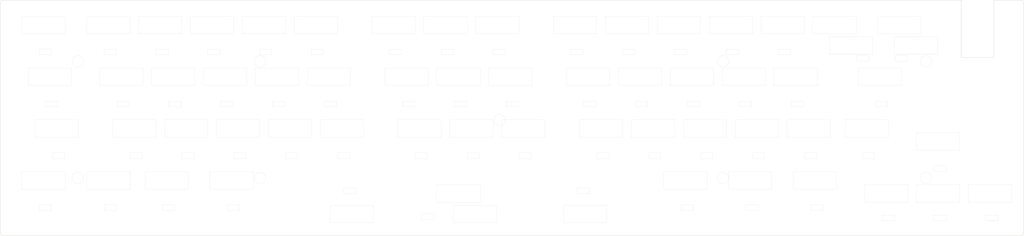
<source format=kicad_pcb>
(kicad_pcb (version 20221018) (generator pcbnew)
  (title_block (title "KeeBar PCB") (date "2023-12-29") (rev "v1.1") (company "@ymkn"))
  (layers (0 "F.Cu" signal) (31 "B.Cu" signal) (34 "B.Paste" user) (35 "F.Paste" user) (36 "B.SilkS" user "B.Silkscreen") (37 "F.SilkS" user "F.Silkscreen") (38 "B.Mask" user) (39 "F.Mask" user) (44 "Edge.Cuts" user))
  (net 0 "")
  (footprint "foam:foam-cutout-mx-socket" (layer "F.Cu") (at 273.84375 109.5375)
    (fp_text reference "SW55" hide)
    (fp_text value "SW_Push" hide)
    (fp_rect (start -8.6 -7) (end 7.3 -0.6) (stroke (width 0.05)) (fill none) (layer "Edge.Cuts"))
  )
  (footprint "foam:foam-cutout-hole-for-m2-hex" (layer "F.Cu") (at 361.5 62)
    (fp_text reference "M2_4" hide)
    (fp_text value "Val**" hide)
    (fp_circle (center 0 0) (end 2.1 0) (stroke (width 0.05)) (fill none) (layer "Edge.Cuts"))
  )
  (footprint "foam:foam-cutout-mx-socket" (layer "F.Cu") (at 314.325 71.4375)
    (fp_text reference "SW30" hide)
    (fp_text value "SW_Push" hide)
    (fp_rect (start -8.6 -7) (end 7.3 -0.6) (stroke (width 0.05)) (fill none) (layer "Edge.Cuts"))
  )
  (footprint "foam:foam-cutout-mx-socket" (layer "F.Cu") (at 119.0625 52.3875)
    (fp_text reference "SW5" hide)
    (fp_text value "SW_Push" hide)
    (fp_rect (start -8.6 -7) (end 7.3 -0.6) (stroke (width 0.05)) (fill none) (layer "Edge.Cuts"))
  )
  (footprint "foam:foam-cutout-mx-socket" (layer "F.Cu") (at 276.225 71.4375)
    (fp_text reference "SW28" hide)
    (fp_text value "SW_Push" hide)
    (fp_rect (start -8.6 -7) (end 7.3 -0.6) (stroke (width 0.05)) (fill none) (layer "Edge.Cuts"))
  )
  (footprint "foam:foam-cutout-mx-socket" (layer "F.Cu") (at 195.2625 114.3 180)
    (fp_text reference "SW53-2" hide)
    (fp_text value "SW_Push" hide)
    (fp_rect (start -8.6 -7) (end 7.3 -0.6) (stroke (width 0.05)) (fill none) (layer "Edge.Cuts"))
  )
  (footprint "foam:foam-cutout-mx-socket" (layer "F.Cu") (at 340.51875 90.4875)
    (fp_text reference "SW46" hide)
    (fp_text value "SW_Push" hide)
    (fp_rect (start -8.6 -7) (end 7.3 -0.6) (stroke (width 0.05)) (fill none) (layer "Edge.Cuts"))
  )
  (footprint "foam:foam-cutout-mx-socket" (layer "F.Cu") (at 352.425 52.3875)
    (fp_text reference "SW16" hide)
    (fp_text value "SW_Push" hide)
    (fp_rect (start -8.6 -7) (end 7.3 -0.6) (stroke (width 0.05)) (fill none) (layer "Edge.Cuts"))
  )
  (footprint "foam:foam-cutout-mx-socket" (layer "F.Cu") (at 209.55 71.4375)
    (fp_text reference "SW25" hide)
    (fp_text value "SW_Push" hide)
    (fp_rect (start -8.6 -7) (end 7.3 -0.6) (stroke (width 0.05)) (fill none) (layer "Edge.Cuts"))
  )
  (footprint "foam:foam-cutout-hole-for-m2-hex" (layer "F.Cu") (at 117 62)
    (fp_text reference "M2_2" hide)
    (fp_text value "Val**" hide)
    (fp_circle (center 0 0) (end 2.1 0) (stroke (width 0.05)) (fill none) (layer "Edge.Cuts"))
  )
  (footprint "foam:foam-cutout-hole-for-m2-hex" (layer "F.Cu") (at 287 104.8)
    (fp_text reference "M2_8" hide)
    (fp_text value "Val**" hide)
    (fp_circle (center 0 0) (end 2.1 0) (stroke (width 0.05)) (fill none) (layer "Edge.Cuts"))
  )
  (footprint "foam:foam-cutout-mx-socket" (layer "F.Cu") (at 147.6375 90.4875)
    (fp_text reference "SW37" hide)
    (fp_text value "SW_Push" hide)
    (fp_rect (start -8.6 -7) (end 7.3 -0.6) (stroke (width 0.05)) (fill none) (layer "Edge.Cuts"))
  )
  (footprint "foam:foam-cutout-mx-socket" (layer "F.Cu") (at 190.5 114.3)
    (fp_text reference "SW53" hide)
    (fp_text value "SW_Push" hide)
    (fp_rect (start -8.6 -7) (end 7.3 -0.6) (stroke (width 0.05)) (fill none) (layer "Edge.Cuts"))
  )
  (footprint "foam:foam-cutout-mx-socket" (layer "F.Cu") (at 309.5625 52.3875)
    (fp_text reference "SW14" hide)
    (fp_text value "SW_Push" hide)
    (fp_rect (start -8.6 -7) (end 7.3 -0.6) (stroke (width 0.05)) (fill none) (layer "Edge.Cuts"))
  )
  (footprint "foam:foam-cutout-hole-for-m2-hex" (layer "F.Cu") (at 50 62)
    (fp_text reference "M2_1" hide)
    (fp_text value "Val**" hide)
    (fp_circle (center 0 0) (end 2.1 0) (stroke (width 0.05)) (fill none) (layer "Edge.Cuts"))
  )
  (footprint "foam:foam-cutout-mx-socket" (layer "F.Cu") (at 366.7125 114.3)
    (fp_text reference "SW59" hide)
    (fp_text value "SW_Push" hide)
    (fp_rect (start -8.6 -7) (end 7.3 -0.6) (stroke (width 0.05)) (fill none) (layer "Edge.Cuts"))
  )
  (footprint "foam:foam-cutout-mx-socket" (layer "F.Cu") (at 214.3125 90.4875)
    (fp_text reference "SW40" hide)
    (fp_text value "SW_Push" hide)
    (fp_rect (start -8.6 -7) (end 7.3 -0.6) (stroke (width 0.05)) (fill none) (layer "Edge.Cuts"))
  )
  (footprint "foam:foam-cutout-mx-socket" (layer "F.Cu") (at 297.65625 109.5375)
    (fp_text reference "SW56" hide)
    (fp_text value "SW_Push" hide)
    (fp_rect (start -8.6 -7) (end 7.3 -0.6) (stroke (width 0.05)) (fill none) (layer "Edge.Cuts"))
  )
  (footprint "foam:foam-cutout-mx-socket" (layer "F.Cu") (at 233.3625 52.3875)
    (fp_text reference "SW10" hide)
    (fp_text value "SW_Push" hide)
    (fp_rect (start -8.6 -7) (end 7.3 -0.6) (stroke (width 0.05)) (fill none) (layer "Edge.Cuts"))
  )
  (footprint "foam:foam-cutout-mx-socket" (layer "F.Cu") (at 104.775 71.4375)
    (fp_text reference "SW20" hide)
    (fp_text value "SW_Push" hide)
    (fp_rect (start -8.6 -7) (end 7.3 -0.6) (stroke (width 0.05)) (fill none) (layer "Edge.Cuts"))
  )
  (footprint "foam:foam-cutout-mx-socket" (layer "F.Cu") (at 295.275 71.4375)
    (fp_text reference "SW29" hide)
    (fp_text value "SW_Push" hide)
    (fp_rect (start -8.6 -7) (end 7.3 -0.6) (stroke (width 0.05)) (fill none) (layer "Edge.Cuts"))
  )
  (footprint "foam:foam-cutout-mx-socket" (layer "F.Cu") (at 90.4875 90.4875)
    (fp_text reference "SW34" hide)
    (fp_text value "SW_Push" hide)
    (fp_rect (start -8.6 -7) (end 7.3 -0.6) (stroke (width 0.05)) (fill none) (layer "Edge.Cuts"))
  )
  (footprint "foam:foam-cutout-mx-socket" (layer "F.Cu") (at 42.8625 90.4875)
    (fp_text reference "SW32" hide)
    (fp_text value "SW_Push" hide)
    (fp_rect (start -8.6 -7) (end 7.3 -0.6) (stroke (width 0.05)) (fill none) (layer "Edge.Cuts"))
  )
  (footprint "foam:foam-cutout-mx-socket" (layer "F.Cu") (at 38.1 52.3875)
    (fp_text reference "SW1" hide)
    (fp_text value "SW_Push" hide)
    (fp_rect (start -8.6 -7) (end 7.3 -0.6) (stroke (width 0.05)) (fill none) (layer "Edge.Cuts"))
  )
  (footprint "foam:foam-cutout-mx-socket" (layer "F.Cu") (at 300.0375 90.4875)
    (fp_text reference "SW44" hide)
    (fp_text value "SW_Push" hide)
    (fp_rect (start -8.6 -7) (end 7.3 -0.6) (stroke (width 0.05)) (fill none) (layer "Edge.Cuts"))
  )
  (footprint "foam:foam-cutout-mx-socket" (layer "F.Cu") (at 195.2625 90.4875)
    (fp_text reference "SW39" hide)
    (fp_text value "SW_Push" hide)
    (fp_rect (start -8.6 -7) (end 7.3 -0.6) (stroke (width 0.05)) (fill none) (layer "Edge.Cuts"))
  )
  (footprint "foam:foam-cutout-mx-socket" (layer "F.Cu") (at 123.825 71.4375)
    (fp_text reference "SW21" hide)
    (fp_text value "SW_Push" hide)
    (fp_rect (start -8.6 -7) (end 7.3 -0.6) (stroke (width 0.05)) (fill none) (layer "Edge.Cuts"))
  )
  (footprint "foam:foam-cutout-mx-socket" (layer "F.Cu") (at 347.6625 114.3)
    (fp_text reference "SW58" hide)
    (fp_text value "SW_Push" hide)
    (fp_rect (start -8.6 -7) (end 7.3 -0.6) (stroke (width 0.05)) (fill none) (layer "Edge.Cuts"))
  )
  (footprint "foam:foam-cutout-mx-socket" (layer "F.Cu") (at 328.6125 52.3875)
    (fp_text reference "SW15" hide)
    (fp_text value "SW_Push" hide)
    (fp_rect (start -8.6 -7) (end 7.3 -0.6) (stroke (width 0.05)) (fill none) (layer "Edge.Cuts"))
  )
  (footprint "foam:foam-cutout-mx-socket" (layer "F.Cu") (at 85.725 71.4375)
    (fp_text reference "SW19" hide)
    (fp_text value "SW_Push" hide)
    (fp_rect (start -8.6 -7) (end 7.3 -0.6) (stroke (width 0.05)) (fill none) (layer "Edge.Cuts"))
  )
  (footprint "foam:foam-cutout-mx-socket" (layer "F.Cu") (at 61.9125 109.5375)
    (fp_text reference "SW49" hide)
    (fp_text value "SW_Push" hide)
    (fp_rect (start -8.6 -7) (end 7.3 -0.6) (stroke (width 0.05)) (fill none) (layer "Edge.Cuts"))
  )
  (footprint "foam:foam-cutout-mx-socket" (layer "F.Cu") (at 71.4375 90.4875)
    (fp_text reference "SW33" hide)
    (fp_text value "SW_Push" hide)
    (fp_rect (start -8.6 -7) (end 7.3 -0.6) (stroke (width 0.05)) (fill none) (layer "Edge.Cuts"))
  )
  (footprint "foam:foam-cutout-mx-socket" (layer "F.Cu") (at 333.4 52.3875 180)
    (fp_text reference "SW15-2" hide)
    (fp_text value "SW_Push" hide)
    (fp_rect (start -8.6 -7) (end 7.3 -0.6) (stroke (width 0.05)) (fill none) (layer "Edge.Cuts"))
  )
  (footprint "foam:foam-cutout-mx-socket" (layer "F.Cu") (at 185.7375 52.3875)
    (fp_text reference "SW8" hide)
    (fp_text value "SW_Push" hide)
    (fp_rect (start -8.6 -7) (end 7.3 -0.6) (stroke (width 0.05)) (fill none) (layer "Edge.Cuts"))
  )
  (footprint "foam:foam-cutout-mx-socket" (layer "F.Cu") (at 83.34375 109.5375)
    (fp_text reference "SW50" hide)
    (fp_text value "SW_Push" hide)
    (fp_rect (start -8.6 -7) (end 7.3 -0.6) (stroke (width 0.05)) (fill none) (layer "Edge.Cuts"))
  )
  (footprint "foam:foam-cutout-mx-socket" (layer "F.Cu") (at 238.125 71.4375)
    (fp_text reference "SW26" hide)
    (fp_text value "SW_Push" hide)
    (fp_rect (start -8.6 -7) (end 7.3 -0.6) (stroke (width 0.05)) (fill none) (layer "Edge.Cuts"))
  )
  (footprint "foam:foam-cutout-mx-socket" (layer "F.Cu") (at 366.7125 95.25)
    (fp_text reference "SW47" hide)
    (fp_text value "SW_Push" hide)
    (fp_rect (start -8.6 -7) (end 7.3 -0.6) (stroke (width 0.05)) (fill none) (layer "Edge.Cuts"))
  )
  (footprint "foam:foam-cutout-mx-socket" (layer "F.Cu") (at 257.175 71.4375)
    (fp_text reference "SW27" hide)
    (fp_text value "SW_Push" hide)
    (fp_rect (start -8.6 -7) (end 7.3 -0.6) (stroke (width 0.05)) (fill none) (layer "Edge.Cuts"))
  )
  (footprint "foam:foam-cutout-mx-socket" (layer "F.Cu") (at 138.1125 52.3875)
    (fp_text reference "SW6" hide)
    (fp_text value "SW_Push" hide)
    (fp_rect (start -8.6 -7) (end 7.3 -0.6) (stroke (width 0.05)) (fill none) (layer "Edge.Cuts"))
  )
  (footprint "foam:foam-cutout-mx-socket" (layer "F.Cu") (at 142.875 71.4375)
    (fp_text reference "SW22" hide)
    (fp_text value "SW_Push" hide)
    (fp_rect (start -8.6 -7) (end 7.3 -0.6) (stroke (width 0.05)) (fill none) (layer "Edge.Cuts"))
  )
  (footprint "foam:foam-cutout-mx-socket" (layer "F.Cu") (at 235.74375 114.3 180)
    (fp_text reference "SW54" hide)
    (fp_text value "SW_Push" hide)
    (fp_rect (start -8.6 -7) (end 7.3 -0.6) (stroke (width 0.05)) (fill none) (layer "Edge.Cuts"))
  )
  (footprint "foam:foam-cutout-mx-socket" (layer "F.Cu") (at 357.2125 52.3875 180)
    (fp_text reference "SW16-2" hide)
    (fp_text value "SW_Push" hide)
    (fp_rect (start -8.6 -7) (end 7.3 -0.6) (stroke (width 0.05)) (fill none) (layer "Edge.Cuts"))
  )
  (footprint "foam:foam-cutout-mx-socket" (layer "F.Cu") (at 204.7875 52.3875)
    (fp_text reference "SW9" hide)
    (fp_text value "SW_Push" hide)
    (fp_rect (start -8.6 -7) (end 7.3 -0.6) (stroke (width 0.05)) (fill none) (layer "Edge.Cuts"))
  )
  (footprint "foam:foam-cutout-mx-socket" (layer "F.Cu") (at 190.5 71.4375)
    (fp_text reference "SW24" hide)
    (fp_text value "SW_Push" hide)
    (fp_rect (start -8.6 -7) (end 7.3 -0.6) (stroke (width 0.05)) (fill none) (layer "Edge.Cuts"))
  )
  (footprint "foam:foam-cutout-hole-for-m2-hex" (layer "F.Cu") (at 205 83.5)
    (fp_text reference "M2_5" hide)
    (fp_text value "Val**" hide)
    (fp_circle (center 0 0) (end 2.1 0) (stroke (width 0.05)) (fill none) (layer "Edge.Cuts"))
  )
  (footprint "foam:foam-cutout-mx-socket" (layer "F.Cu") (at 385.7625 114.3)
    (fp_text reference "SW60" hide)
    (fp_text value "SW_Push" hide)
    (fp_rect (start -8.6 -7) (end 7.3 -0.6) (stroke (width 0.05)) (fill none) (layer "Edge.Cuts"))
  )
  (footprint "foam:foam-cutout-mx-socket" (layer "F.Cu") (at 166.6875 52.3875)
    (fp_text reference "SW7" hide)
    (fp_text value "SW_Push" hide)
    (fp_rect (start -8.6 -7) (end 7.3 -0.6) (stroke (width 0.05)) (fill none) (layer "Edge.Cuts"))
  )
  (footprint "foam:foam-cutout-mx-socket" (layer "F.Cu") (at 261.9375 90.4875)
    (fp_text reference "SW42" hide)
    (fp_text value "SW_Push" hide)
    (fp_rect (start -8.6 -7) (end 7.3 -0.6) (stroke (width 0.05)) (fill none) (layer "Edge.Cuts"))
  )
  (footprint "foam:foam-cutout-hole-for-m2-hex" (layer "F.Cu") (at 117 104.8)
    (fp_text reference "M2_7" hide)
    (fp_text value "Val**" hide)
    (fp_circle (center 0 0) (end 2.1 0) (stroke (width 0.05)) (fill none) (layer "Edge.Cuts"))
  )
  (footprint "foam:foam-cutout-mx-socket" (layer "F.Cu") (at 242.8875 90.4875)
    (fp_text reference "SW41" hide)
    (fp_text value "SW_Push" hide)
    (fp_rect (start -8.6 -7) (end 7.3 -0.6) (stroke (width 0.05)) (fill none) (layer "Edge.Cuts"))
  )
  (footprint "foam:foam-cutout-mx-socket" (layer "F.Cu") (at 100.0125 52.3875)
    (fp_text reference "SW4" hide)
    (fp_text value "SW_Push" hide)
    (fp_rect (start -8.6 -7) (end 7.3 -0.6) (stroke (width 0.05)) (fill none) (layer "Edge.Cuts"))
  )
  (footprint "foam:foam-cutout-mx-socket" (layer "F.Cu") (at 252.4125 52.3875)
    (fp_text reference "SW11" hide)
    (fp_text value "SW_Push" hide)
    (fp_rect (start -8.6 -7) (end 7.3 -0.6) (stroke (width 0.05)) (fill none) (layer "Edge.Cuts"))
  )
  (footprint "foam:foam-cutout-mx-socket" (layer "F.Cu") (at 280.9875 90.4875)
    (fp_text reference "SW43" hide)
    (fp_text value "SW_Push" hide)
    (fp_rect (start -8.6 -7) (end 7.3 -0.6) (stroke (width 0.05)) (fill none) (layer "Edge.Cuts"))
  )
  (footprint "foam:foam-cutout-mx-socket" (layer "F.Cu") (at 38.1 109.5375)
    (fp_text reference "SW48" hide)
    (fp_text value "SW_Push" hide)
    (fp_rect (start -8.6 -7) (end 7.3 -0.6) (stroke (width 0.05)) (fill none) (layer "Edge.Cuts"))
  )
  (footprint "foam:foam-cutout-mx-socket" (layer "F.Cu") (at 61.9125 52.3875)
    (fp_text reference "SW2" hide)
    (fp_text value "SW_Push" hide)
    (fp_rect (start -8.6 -7) (end 7.3 -0.6) (stroke (width 0.05)) (fill none) (layer "Edge.Cuts"))
  )
  (footprint "foam:foam-cutout-mx-socket" (layer "F.Cu") (at 107.15625 109.5375)
    (fp_text reference "SW51" hide)
    (fp_text value "SW_Push" hide)
    (fp_rect (start -8.6 -7) (end 7.3 -0.6) (stroke (width 0.05)) (fill none) (layer "Edge.Cuts"))
  )
  (footprint "foam:foam-cutout-mx-socket" (layer "F.Cu") (at 128.5875 90.4875)
    (fp_text reference "SW36" hide)
    (fp_text value "SW_Push" hide)
    (fp_rect (start -8.6 -7) (end 7.3 -0.6) (stroke (width 0.05)) (fill none) (layer "Edge.Cuts"))
  )
  (footprint "foam:foam-cutout-mx-socket" (layer "F.Cu") (at 150.01875 114.3 180)
    (fp_text reference "SW52" hide)
    (fp_text value "SW_Push" hide)
    (fp_rect (start -8.6 -7) (end 7.3 -0.6) (stroke (width 0.05)) (fill none) (layer "Edge.Cuts"))
  )
  (footprint "foam:foam-cutout-mx-socket" (layer "F.Cu") (at 171.45 71.4375)
    (fp_text reference "SW23" hide)
    (fp_text value "SW_Push" hide)
    (fp_rect (start -8.6 -7) (end 7.3 -0.6) (stroke (width 0.05)) (fill none) (layer "Edge.Cuts"))
  )
  (footprint "foam:foam-cutout-mx-socket" (layer "F.Cu") (at 319.0875 90.4875)
    (fp_text reference "SW45" hide)
    (fp_text value "SW_Push" hide)
    (fp_rect (start -8.6 -7) (end 7.3 -0.6) (stroke (width 0.05)) (fill none) (layer "Edge.Cuts"))
  )
  (footprint "foam:foam-cutout-mx-socket" (layer "F.Cu") (at 109.5375 90.4875)
    (fp_text reference "SW35" hide)
    (fp_text value "SW_Push" hide)
    (fp_rect (start -8.6 -7) (end 7.3 -0.6) (stroke (width 0.05)) (fill none) (layer "Edge.Cuts"))
  )
  (footprint "foam:foam-cutout-mx-socket" (layer "F.Cu") (at 80.9625 52.3875)
    (fp_text reference "SW3" hide)
    (fp_text value "SW_Push" hide)
    (fp_rect (start -8.6 -7) (end 7.3 -0.6) (stroke (width 0.05)) (fill none) (layer "Edge.Cuts"))
  )
  (footprint "foam:foam-cutout-mx-socket" (layer "F.Cu") (at 271.4625 52.3875)
    (fp_text reference "SW12" hide)
    (fp_text value "SW_Push" hide)
    (fp_rect (start -8.6 -7) (end 7.3 -0.6) (stroke (width 0.05)) (fill none) (layer "Edge.Cuts"))
  )
  (footprint "foam:foam-cutout-mx-socket" (layer "F.Cu") (at 290.5125 52.3875)
    (fp_text reference "SW13" hide)
    (fp_text value "SW_Push" hide)
    (fp_rect (start -8.6 -7) (end 7.3 -0.6) (stroke (width 0.05)) (fill none) (layer "Edge.Cuts"))
  )
  (footprint "foam:foam-cutout-mx-socket" (layer "F.Cu") (at 40.48125 71.4375)
    (fp_text reference "SW17" hide)
    (fp_text value "SW_Push" hide)
    (fp_rect (start -8.6 -7) (end 7.3 -0.6) (stroke (width 0.05)) (fill none) (layer "Edge.Cuts"))
  )
  (footprint "foam:foam-cutout-mx-socket" (layer "F.Cu") (at 66.675 71.4375)
    (fp_text reference "SW18" hide)
    (fp_text value "SW_Push" hide)
    (fp_rect (start -8.6 -7) (end 7.3 -0.6) (stroke (width 0.05)) (fill none) (layer "Edge.Cuts"))
  )
  (footprint "foam:foam-cutout-hole-for-m2-hex" (layer "F.Cu") (at 361.5 104.8)
    (fp_text reference "M2_9" hide)
    (fp_text value "Val**" hide)
    (fp_circle (center 0 0) (end 2.1 0) (stroke (width 0.05)) (fill none) (layer "Edge.Cuts"))
  )
  (footprint "foam:foam-cutout-mx-socket" (layer "F.Cu") (at 321.46875 109.5375)
    (fp_text reference "SW57" hide)
    (fp_text value "SW_Push" hide)
    (fp_rect (start -8.6 -7) (end 7.3 -0.6) (stroke (width 0.05)) (fill none) (layer "Edge.Cuts"))
  )
  (footprint "foam:foam-cutout-mx-socket" (layer "F.Cu") (at 176.2125 90.4875)
    (fp_text reference "SW38" hide)
    (fp_text value "SW_Push" hide)
    (fp_rect (start -8.6 -7) (end 7.3 -0.6) (stroke (width 0.05)) (fill none) (layer "Edge.Cuts"))
  )
  (footprint "foam:foam-cutout-mx-socket" (layer "F.Cu") (at 345.28125 71.4375)
    (fp_text reference "SW31" hide)
    (fp_text value "SW_Push" hide)
    (fp_rect (start -8.6 -7) (end 7.3 -0.6) (stroke (width 0.05)) (fill none) (layer "Edge.Cuts"))
  )
  (footprint "foam:foam-cutout-hole-for-m2-hex" (layer "F.Cu") (at 287 62)
    (fp_text reference "M2_3" hide)
    (fp_text value "Val**" hide)
    (fp_circle (center 0 0) (end 2.1 0) (stroke (width 0.05)) (fill none) (layer "Edge.Cuts"))
  )
  (footprint "foam:foam-cutout-hole-for-m2-hex" (layer "F.Cu") (at 50 104.8)
    (fp_text reference "M2_6" hide)
    (fp_text value "Val**" hide)
    (fp_circle (center 0 0) (end 2.1 0) (stroke (width 0.05)) (fill none) (layer "Edge.Cuts"))
  )
  (footprint "foam:foam-cutout-diode" (layer "B.Cu") (at 83.34375 115.72875)
    (fp_text reference "D50" hide)
    (fp_text value "1N4148W" hide)
    (fp_rect (start -2.25 1.05) (end 2.25 -1.05) (stroke (width 0.05)) (fill none) (layer "Edge.Cuts"))
  )
  (footprint "foam:foam-cutout-diode" (layer "B.Cu") (at 273.84375 115.72875)
    (fp_text reference "D55" hide)
    (fp_text value "1N4148W" hide)
    (fp_rect (start -2.25 1.05) (end 2.25 -1.05) (stroke (width 0.05)) (fill none) (layer "Edge.Cuts"))
  )
  (footprint "foam:foam-cutout-diode" (layer "B.Cu") (at 314.325 77.62875)
    (fp_text reference "D30" hide)
    (fp_text value "1N4148W" hide)
    (fp_rect (start -2.25 1.05) (end 2.25 -1.05) (stroke (width 0.05)) (fill none) (layer "Edge.Cuts"))
  )
  (footprint "foam:foam-cutout-diode" (layer "B.Cu") (at 178.59375 119.0625)
    (fp_text reference "D53" hide)
    (fp_text value "1N4148W" hide)
    (fp_rect (start -2.25 1.05) (end 2.25 -1.05) (stroke (width 0.05)) (fill none) (layer "Edge.Cuts"))
  )
  (footprint "foam:foam-cutout-diode" (layer "B.Cu") (at 185.7375 58.57875)
    (fp_text reference "D8" hide)
    (fp_text value "1N4148W" hide)
    (fp_rect (start -2.25 1.05) (end 2.25 -1.05) (stroke (width 0.05)) (fill none) (layer "Edge.Cuts"))
  )
  (footprint "foam:foam-cutout-diode" (layer "B.Cu") (at 280.9875 96.67875)
    (fp_text reference "D43" hide)
    (fp_text value "1N4148W" hide)
    (fp_rect (start -2.25 1.05) (end 2.25 -1.05) (stroke (width 0.05)) (fill none) (layer "Edge.Cuts"))
  )
  (footprint "foam:foam-cutout-diode" (layer "B.Cu") (at 142.875 77.62875)
    (fp_text reference "D22" hide)
    (fp_text value "1N4148W" hide)
    (fp_rect (start -2.25 1.05) (end 2.25 -1.05) (stroke (width 0.05)) (fill none) (layer "Edge.Cuts"))
  )
  (footprint "foam:foam-cutout-diode" (layer "B.Cu") (at 276.225 77.62875)
    (fp_text reference "D28" hide)
    (fp_text value "1N4148W" hide)
    (fp_rect (start -2.25 1.05) (end 2.25 -1.05) (stroke (width 0.05)) (fill none) (layer "Edge.Cuts"))
  )
  (footprint "foam:foam-cutout-diode" (layer "B.Cu") (at 61.9125 58.57875)
    (fp_text reference "D2" hide)
    (fp_text value "1N4148W" hide)
    (fp_rect (start -2.25 1.05) (end 2.25 -1.05) (stroke (width 0.05)) (fill none) (layer "Edge.Cuts"))
  )
  (footprint "foam:foam-cutout-diode" (layer "B.Cu") (at 297.65625 115.72875)
    (fp_text reference "D56" hide)
    (fp_text value "1N4148W" hide)
    (fp_rect (start -2.25 1.05) (end 2.25 -1.05) (stroke (width 0.05)) (fill none) (layer "Edge.Cuts"))
  )
  (footprint "foam:foam-cutout-diode" (layer "B.Cu") (at 166.6875 58.57875)
    (fp_text reference "D7" hide)
    (fp_text value "1N4148W" hide)
    (fp_rect (start -2.25 1.05) (end 2.25 -1.05) (stroke (width 0.05)) (fill none) (layer "Edge.Cuts"))
  )
  (footprint "foam:foam-cutout-diode" (layer "B.Cu") (at 107.15625 115.72875)
    (fp_text reference "D51" hide)
    (fp_text value "1N4148W" hide)
    (fp_rect (start -2.25 1.05) (end 2.25 -1.05) (stroke (width 0.05)) (fill none) (layer "Edge.Cuts"))
  )
  (footprint "foam:foam-cutout-diode" (layer "B.Cu") (at 366.7125 101.44125)
    (fp_text reference "D47" hide)
    (fp_text value "1N4148W" hide)
    (fp_rect (start -2.25 1.05) (end 2.25 -1.05) (stroke (width 0.05)) (fill none) (layer "Edge.Cuts"))
  )
  (footprint "foam:foam-cutout-diode" (layer "B.Cu") (at 171.45 77.62875)
    (fp_text reference "D23" hide)
    (fp_text value "1N4148W" hide)
    (fp_rect (start -2.25 1.05) (end 2.25 -1.05) (stroke (width 0.05)) (fill none) (layer "Edge.Cuts"))
  )
  (footprint "foam:foam-cutout-diode" (layer "B.Cu") (at 66.675 77.62875)
    (fp_text reference "D18" hide)
    (fp_text value "1N4148W" hide)
    (fp_rect (start -2.25 1.05) (end 2.25 -1.05) (stroke (width 0.05)) (fill none) (layer "Edge.Cuts"))
  )
  (footprint "foam:foam-cutout-diode" (layer "B.Cu") (at 338.2 60.9)
    (fp_text reference "D15" hide)
    (fp_text value "1N4148W" hide)
    (fp_rect (start -2.25 1.05) (end 2.25 -1.05) (stroke (width 0.05)) (fill none) (layer "Edge.Cuts"))
  )
  (footprint "foam:foam-cutout-diode" (layer "B.Cu") (at 80.9625 58.57875)
    (fp_text reference "D3" hide)
    (fp_text value "1N4148W" hide)
    (fp_rect (start -2.25 1.05) (end 2.25 -1.05) (stroke (width 0.05)) (fill none) (layer "Edge.Cuts"))
  )
  (footprint "foam:foam-cutout-diode" (layer "B.Cu") (at 300.0375 96.67875)
    (fp_text reference "D44" hide)
    (fp_text value "1N4148W" hide)
    (fp_rect (start -2.25 1.05) (end 2.25 -1.05) (stroke (width 0.05)) (fill none) (layer "Edge.Cuts"))
  )
  (footprint "foam:foam-cutout-diode" (layer "B.Cu") (at 271.4625 58.57875)
    (fp_text reference "D12" hide)
    (fp_text value "1N4148W" hide)
    (fp_rect (start -2.25 1.05) (end 2.25 -1.05) (stroke (width 0.05)) (fill none) (layer "Edge.Cuts"))
  )
  (footprint "foam:foam-cutout-diode" (layer "B.Cu") (at 38.1 115.72875)
    (fp_text reference "D48" hide)
    (fp_text value "1N4148W" hide)
    (fp_rect (start -2.25 1.05) (end 2.25 -1.05) (stroke (width 0.05)) (fill none) (layer "Edge.Cuts"))
  )
  (footprint "foam:foam-cutout-diode" (layer "B.Cu") (at 100.0125 58.57875)
    (fp_text reference "D4" hide)
    (fp_text value "1N4148W" hide)
    (fp_rect (start -2.25 1.05) (end 2.25 -1.05) (stroke (width 0.05)) (fill none) (layer "Edge.Cuts"))
  )
  (footprint "foam:foam-cutout-diode" (layer "B.Cu") (at 204.7875 58.57875)
    (fp_text reference "D9" hide)
    (fp_text value "1N4148W" hide)
    (fp_rect (start -2.25 1.05) (end 2.25 -1.05) (stroke (width 0.05)) (fill none) (layer "Edge.Cuts"))
  )
  (footprint "foam:foam-cutout-diode" (layer "B.Cu") (at 128.5875 96.67875)
    (fp_text reference "D36" hide)
    (fp_text value "1N4148W" hide)
    (fp_rect (start -2.25 1.05) (end 2.25 -1.05) (stroke (width 0.05)) (fill none) (layer "Edge.Cuts"))
  )
  (footprint "foam:foam-cutout-diode" (layer "B.Cu") (at 290.5125 58.57875)
    (fp_text reference "D13" hide)
    (fp_text value "1N4148W" hide)
    (fp_rect (start -2.25 1.05) (end 2.25 -1.05) (stroke (width 0.05)) (fill none) (layer "Edge.Cuts"))
  )
  (footprint "foam:foam-cutout-diode" (layer "B.Cu") (at 150.01875 109.5375)
    (fp_text reference "D52" hide)
    (fp_text value "1N4148W" hide)
    (fp_rect (start -2.25 1.05) (end 2.25 -1.05) (stroke (width 0.05)) (fill none) (layer "Edge.Cuts"))
  )
  (footprint "foam:foam-cutout-diode" (layer "B.Cu") (at 366.7125 119.5)
    (fp_text reference "D59" hide)
    (fp_text value "1N4148W" hide)
    (fp_rect (start -2.25 1.05) (end 2.25 -1.05) (stroke (width 0.05)) (fill none) (layer "Edge.Cuts"))
  )
  (footprint "foam:foam-cutout-diode" (layer "B.Cu") (at 261.9375 96.67875)
    (fp_text reference "D42" hide)
    (fp_text value "1N4148W" hide)
    (fp_rect (start -2.25 1.05) (end 2.25 -1.05) (stroke (width 0.05)) (fill none) (layer "Edge.Cuts"))
  )
  (footprint "foam:foam-cutout-diode" (layer "B.Cu") (at 109.5375 96.67875)
    (fp_text reference "D35" hide)
    (fp_text value "1N4148W" hide)
    (fp_rect (start -2.25 1.05) (end 2.25 -1.05) (stroke (width 0.05)) (fill none) (layer "Edge.Cuts"))
  )
  (footprint "foam:foam-cutout-diode" (layer "B.Cu") (at 90.4875 96.67875)
    (fp_text reference "D34" hide)
    (fp_text value "1N4148W" hide)
    (fp_rect (start -2.25 1.05) (end 2.25 -1.05) (stroke (width 0.05)) (fill none) (layer "Edge.Cuts"))
  )
  (footprint "foam:foam-cutout-diode" (layer "B.Cu") (at 138.1125 58.57875)
    (fp_text reference "D6" hide)
    (fp_text value "1N4148W" hide)
    (fp_rect (start -2.25 1.05) (end 2.25 -1.05) (stroke (width 0.05)) (fill none) (layer "Edge.Cuts"))
  )
  (footprint "foam:foam-cutout-diode" (layer "B.Cu") (at 340.51875 96.67875)
    (fp_text reference "D46" hide)
    (fp_text value "1N4148W" hide)
    (fp_rect (start -2.25 1.05) (end 2.25 -1.05) (stroke (width 0.05)) (fill none) (layer "Edge.Cuts"))
  )
  (footprint "foam:foam-cutout-diode" (layer "B.Cu") (at 147.6375 96.67875)
    (fp_text reference "D37" hide)
    (fp_text value "1N4148W" hide)
    (fp_rect (start -2.25 1.05) (end 2.25 -1.05) (stroke (width 0.05)) (fill none) (layer "Edge.Cuts"))
  )
  (footprint "foam:foam-cutout-diode" (layer "B.Cu") (at 214.3125 96.67875)
    (fp_text reference "D40" hide)
    (fp_text value "1N4148W" hide)
    (fp_rect (start -2.25 1.05) (end 2.25 -1.05) (stroke (width 0.05)) (fill none) (layer "Edge.Cuts"))
  )
  (footprint "foam:foam-cutout-diode" (layer "B.Cu") (at 352.4 60.9)
    (fp_text reference "D16" hide)
    (fp_text value "1N4148W" hide)
    (fp_rect (start -2.25 1.05) (end 2.25 -1.05) (stroke (width 0.05)) (fill none) (layer "Edge.Cuts"))
  )
  (footprint "foam:foam-cutout-diode" (layer "B.Cu") (at 321.46875 115.72875)
    (fp_text reference "D57" hide)
    (fp_text value "1N4148W" hide)
    (fp_rect (start -2.25 1.05) (end 2.25 -1.05) (stroke (width 0.05)) (fill none) (layer "Edge.Cuts"))
  )
  (footprint "foam:foam-cutout-diode" (layer "B.Cu") (at 61.9125 115.72875)
    (fp_text reference "D49" hide)
    (fp_text value "1N4148W" hide)
    (fp_rect (start -2.25 1.05) (end 2.25 -1.05) (stroke (width 0.05)) (fill none) (layer "Edge.Cuts"))
  )
  (footprint "foam:foam-cutout-diode" (layer "B.Cu") (at 238.125 77.62875)
    (fp_text reference "D26" hide)
    (fp_text value "1N4148W" hide)
    (fp_rect (start -2.25 1.05) (end 2.25 -1.05) (stroke (width 0.05)) (fill none) (layer "Edge.Cuts"))
  )
  (footprint "foam:foam-cutout-diode" (layer "B.Cu") (at 195.2625 96.67875)
    (fp_text reference "D39" hide)
    (fp_text value "1N4148W" hide)
    (fp_rect (start -2.25 1.05) (end 2.25 -1.05) (stroke (width 0.05)) (fill none) (layer "Edge.Cuts"))
  )
  (footprint "foam:foam-cutout-diode" (layer "B.Cu") (at 209.55 77.62875)
    (fp_text reference "D25" hide)
    (fp_text value "1N4148W" hide)
    (fp_rect (start -2.25 1.05) (end 2.25 -1.05) (stroke (width 0.05)) (fill none) (layer "Edge.Cuts"))
  )
  (footprint "foam:foam-cutout-diode" (layer "B.Cu") (at 309.5625 58.57875)
    (fp_text reference "D14" hide)
    (fp_text value "1N4148W" hide)
    (fp_rect (start -2.25 1.05) (end 2.25 -1.05) (stroke (width 0.05)) (fill none) (layer "Edge.Cuts"))
  )
  (footprint "foam:foam-cutout-diode" (layer "B.Cu") (at 235.74375 109.5375)
    (fp_text reference "D54" hide)
    (fp_text value "1N4148W" hide)
    (fp_rect (start -2.25 1.05) (end 2.25 -1.05) (stroke (width 0.05)) (fill none) (layer "Edge.Cuts"))
  )
  (footprint "foam:foam-cutout-diode" (layer "B.Cu") (at 38.1 58.5)
    (fp_text reference "D1" hide)
    (fp_text value "1N4148W" hide)
    (fp_rect (start -2.25 1.05) (end 2.25 -1.05) (stroke (width 0.05)) (fill none) (layer "Edge.Cuts"))
  )
  (footprint "foam:foam-cutout-diode" (layer "B.Cu") (at 123.825 77.62875)
    (fp_text reference "D21" hide)
    (fp_text value "1N4148W" hide)
    (fp_rect (start -2.25 1.05) (end 2.25 -1.05) (stroke (width 0.05)) (fill none) (layer "Edge.Cuts"))
  )
  (footprint "foam:foam-cutout-diode" (layer "B.Cu") (at 295.275 77.62875)
    (fp_text reference "D29" hide)
    (fp_text value "1N4148W" hide)
    (fp_rect (start -2.25 1.05) (end 2.25 -1.05) (stroke (width 0.05)) (fill none) (layer "Edge.Cuts"))
  )
  (footprint "foam:foam-cutout-diode" (layer "B.Cu") (at 242.8875 96.67875)
    (fp_text reference "D41" hide)
    (fp_text value "1N4148W" hide)
    (fp_rect (start -2.25 1.05) (end 2.25 -1.05) (stroke (width 0.05)) (fill none) (layer "Edge.Cuts"))
  )
  (footprint "foam:foam-cutout-diode" (layer "B.Cu") (at 233.3625 58.57875)
    (fp_text reference "D10" hide)
    (fp_text value "1N4148W" hide)
    (fp_rect (start -2.25 1.05) (end 2.25 -1.05) (stroke (width 0.05)) (fill none) (layer "Edge.Cuts"))
  )
  (footprint "foam:foam-cutout-diode" (layer "B.Cu") (at 347.6625 119.5)
    (fp_text reference "D58" hide)
    (fp_text value "1N4148W" hide)
    (fp_rect (start -2.25 1.05) (end 2.25 -1.05) (stroke (width 0.05)) (fill none) (layer "Edge.Cuts"))
  )
  (footprint "foam:foam-cutout-diode" (layer "B.Cu") (at 71.4375 96.67875)
    (fp_text reference "D33" hide)
    (fp_text value "1N4148W" hide)
    (fp_rect (start -2.25 1.05) (end 2.25 -1.05) (stroke (width 0.05)) (fill none) (layer "Edge.Cuts"))
  )
  (footprint "foam:foam-cutout-diode" (layer "B.Cu") (at 345.28125 77.62875)
    (fp_text reference "D31" hide)
    (fp_text value "1N4148W" hide)
    (fp_rect (start -2.25 1.05) (end 2.25 -1.05) (stroke (width 0.05)) (fill none) (layer "Edge.Cuts"))
  )
  (footprint "foam:foam-cutout-diode" (layer "B.Cu") (at 119.0625 58.57875)
    (fp_text reference "D5" hide)
    (fp_text value "1N4148W" hide)
    (fp_rect (start -2.25 1.05) (end 2.25 -1.05) (stroke (width 0.05)) (fill none) (layer "Edge.Cuts"))
  )
  (footprint "foam:foam-cutout-diode" (layer "B.Cu") (at 190.5 77.62875)
    (fp_text reference "D24" hide)
    (fp_text value "1N4148W" hide)
    (fp_rect (start -2.25 1.05) (end 2.25 -1.05) (stroke (width 0.05)) (fill none) (layer "Edge.Cuts"))
  )
  (footprint "foam:foam-cutout-diode" (layer "B.Cu") (at 104.775 77.62875)
    (fp_text reference "D20" hide)
    (fp_text value "1N4148W" hide)
    (fp_rect (start -2.25 1.05) (end 2.25 -1.05) (stroke (width 0.05)) (fill none) (layer "Edge.Cuts"))
  )
  (footprint "foam:foam-cutout-diode" (layer "B.Cu") (at 176.2125 96.67875)
    (fp_text reference "D38" hide)
    (fp_text value "1N4148W" hide)
    (fp_rect (start -2.25 1.05) (end 2.25 -1.05) (stroke (width 0.05)) (fill none) (layer "Edge.Cuts"))
  )
  (footprint "foam:foam-cutout-diode" (layer "B.Cu") (at 42.8625 96.67875)
    (fp_text reference "D32" hide)
    (fp_text value "1N4148W" hide)
    (fp_rect (start -2.25 1.05) (end 2.25 -1.05) (stroke (width 0.05)) (fill none) (layer "Edge.Cuts"))
  )
  (footprint "foam:foam-cutout-diode" (layer "B.Cu") (at 252.4125 58.57875)
    (fp_text reference "D11" hide)
    (fp_text value "1N4148W" hide)
    (fp_rect (start -2.25 1.05) (end 2.25 -1.05) (stroke (width 0.05)) (fill none) (layer "Edge.Cuts"))
  )
  (footprint "foam:foam-cutout-diode" (layer "B.Cu") (at 85.725 77.62875)
    (fp_text reference "D19" hide)
    (fp_text value "1N4148W" hide)
    (fp_rect (start -2.25 1.05) (end 2.25 -1.05) (stroke (width 0.05)) (fill none) (layer "Edge.Cuts"))
  )
  (footprint "foam:foam-cutout-diode" (layer "B.Cu") (at 257.175 77.62875)
    (fp_text reference "D27" hide)
    (fp_text value "1N4148W" hide)
    (fp_rect (start -2.25 1.05) (end 2.25 -1.05) (stroke (width 0.05)) (fill none) (layer "Edge.Cuts"))
  )
  (footprint "foam:foam-cutout-diode" (layer "B.Cu") (at 40.48125 77.62875)
    (fp_text reference "D17" hide)
    (fp_text value "1N4148W" hide)
    (fp_rect (start -2.25 1.05) (end 2.25 -1.05) (stroke (width 0.05)) (fill none) (layer "Edge.Cuts"))
  )
  (footprint "foam:foam-cutout-diode" (layer "B.Cu") (at 319.0875 96.67875)
    (fp_text reference "D45" hide)
    (fp_text value "1N4148W" hide)
    (fp_rect (start -2.25 1.05) (end 2.25 -1.05) (stroke (width 0.05)) (fill none) (layer "Edge.Cuts"))
  )
  (footprint "foam:foam-cutout-diode" (layer "B.Cu") (at 385.7625 119.53875)
    (fp_text reference "D60" hide)
    (fp_text value "1N4148W" hide)
    (fp_rect (start -2.25 1.05) (end 2.25 -1.05) (stroke (width 0.05)) (fill none) (layer "Edge.Cuts"))
  )
  (gr_line (start 22.5 39.5) (end 374.5 39.5) (stroke (width 0.1)) (layer "Edge.Cuts"))
  (gr_arc (start 396.5 39.5) (mid 397.207107 39.792893) (end 397.5 40.5) (stroke (width 0.1)) (layer "Edge.Cuts"))
  (gr_arc (start 21.5 40.5) (mid 21.792893 39.792893) (end 22.5 39.5) (stroke (width 0.1)) (layer "Edge.Cuts"))
  (gr_line (start 386.5 39.5) (end 396.5 39.5) (stroke (width 0.1)) (layer "Edge.Cuts"))
  (gr_arc (start 397.5 125) (mid 397.207107 125.707107) (end 396.5 126) (stroke (width 0.1)) (layer "Edge.Cuts"))
  (gr_line (start 397.5 40.5) (end 397.5 125) (stroke (width 0.1)) (layer "Edge.Cuts"))
  (gr_line (start 374.5 39.5) (end 374.5 60.55) (stroke (width 0.1)) (layer "Edge.Cuts"))
  (gr_arc (start 22.5 126) (mid 21.792893 125.707107) (end 21.5 125) (stroke (width 0.1)) (layer "Edge.Cuts"))
  (gr_line (start 374.5 39.5) (end 374.5 39.5) (stroke (width 0.1)) (layer "Edge.Cuts"))
  (gr_line (start 374.5 39.5) (end 374.5 39.5) (stroke (width 0.1)) (layer "Edge.Cuts"))
  (gr_line (start 21.5 125) (end 21.5 40.5) (stroke (width 0.1)) (layer "Edge.Cuts"))
  (gr_line (start 374.5 60.55) (end 386.5 60.55) (stroke (width 0.1)) (layer "Edge.Cuts"))
  (gr_line (start 386.5 60.55) (end 386.5 39.5) (stroke (width 0.1)) (layer "Edge.Cuts"))
  (gr_line (start 396.5 126) (end 22.5 126) (stroke (width 0.1)) (layer "Edge.Cuts"))
)
</source>
